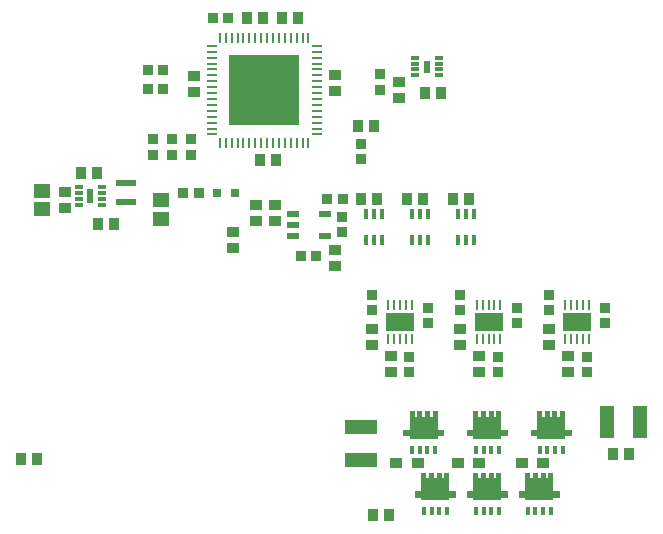
<source format=gtp>
G04*
G04 #@! TF.GenerationSoftware,Altium Limited,Altium Designer,24.4.1 (13)*
G04*
G04 Layer_Color=8421504*
%FSLAX44Y44*%
%MOMM*%
G71*
G04*
G04 #@! TF.SameCoordinates,1D3D786A-4C35-496E-9A10-02EDD5D57B8C*
G04*
G04*
G04 #@! TF.FilePolarity,Positive*
G04*
G01*
G75*
%ADD22R,1.4000X1.3000*%
%ADD23R,0.9000X1.0000*%
%ADD24R,0.6000X1.2000*%
%ADD25R,0.7000X0.3000*%
%ADD26R,1.3000X2.7000*%
%ADD27R,2.7000X1.3000*%
%ADD28R,0.9500X0.8500*%
%ADD29R,0.8500X0.9500*%
%ADD30R,1.0000X0.5500*%
%ADD31R,1.0000X0.9000*%
%ADD32R,2.3800X1.6500*%
%ADD33R,0.2800X0.8600*%
%ADD34R,0.3500X0.8500*%
%ADD35R,0.4200X0.6600*%
%ADD36R,0.3400X0.8000*%
G04:AMPARAMS|DCode=37|XSize=0.74mm|YSize=0.28mm|CornerRadius=0.035mm|HoleSize=0mm|Usage=FLASHONLY|Rotation=180.000|XOffset=0mm|YOffset=0mm|HoleType=Round|Shape=RoundedRectangle|*
%AMROUNDEDRECTD37*
21,1,0.7400,0.2100,0,0,180.0*
21,1,0.6700,0.2800,0,0,180.0*
1,1,0.0700,-0.3350,0.1050*
1,1,0.0700,0.3350,0.1050*
1,1,0.0700,0.3350,-0.1050*
1,1,0.0700,-0.3350,-0.1050*
%
%ADD37ROUNDEDRECTD37*%
%ADD38R,0.8000X0.8000*%
%ADD39R,6.0000X6.0000*%
%ADD40R,0.8600X0.2600*%
%ADD41R,0.2600X0.8600*%
%ADD42R,1.8000X0.6000*%
G36*
X196800Y285900D02*
X191200D01*
Y296100D01*
X196800D01*
Y285900D01*
D02*
G37*
G36*
X80500Y276500D02*
X61500D01*
Y295500D01*
X80500D01*
Y276500D01*
D02*
G37*
G36*
X50500D02*
X31500D01*
Y295500D01*
X50500D01*
Y276500D01*
D02*
G37*
G36*
X80500Y246500D02*
X61500D01*
Y265500D01*
X80500D01*
Y246500D01*
D02*
G37*
G36*
X50500D02*
X31500D01*
Y265500D01*
X50500D01*
Y246500D01*
D02*
G37*
G36*
X328500Y69800D02*
X313500D01*
Y80200D01*
X328500D01*
Y69800D01*
D02*
G37*
G36*
X253500D02*
X238500D01*
Y80200D01*
X253500D01*
Y69800D01*
D02*
G37*
G36*
X178500D02*
X163500D01*
Y80200D01*
X178500D01*
Y69800D01*
D02*
G37*
G36*
X310850Y-16500D02*
X316300D01*
Y-22200D01*
X310850D01*
Y-24000D01*
X287150D01*
Y-22200D01*
X281700D01*
Y-16500D01*
X287150D01*
Y-1000D01*
X291350D01*
Y-5700D01*
X293650D01*
Y-1000D01*
X297850D01*
Y-5700D01*
X300150D01*
Y-1000D01*
X304350D01*
Y-5700D01*
X306650D01*
Y-1000D01*
X310850D01*
Y-16500D01*
D02*
G37*
G36*
X202850Y-16500D02*
X208300D01*
Y-22200D01*
X202850D01*
Y-24000D01*
X179150D01*
Y-22200D01*
X173700D01*
Y-16500D01*
X179150D01*
Y-1000D01*
X183350D01*
Y-5700D01*
X185650D01*
Y-1000D01*
X189850D01*
Y-5700D01*
X192150D01*
Y-1000D01*
X196350D01*
Y-5700D01*
X198650D01*
Y-1000D01*
X202850D01*
Y-16500D01*
D02*
G37*
G36*
X256850Y-16500D02*
X262300D01*
Y-22200D01*
X256850D01*
Y-24000D01*
X233150D01*
Y-22200D01*
X227700D01*
Y-16500D01*
X233150D01*
Y-1000D01*
X237350D01*
Y-5700D01*
X239650D01*
Y-1000D01*
X243850D01*
Y-5700D01*
X246150D01*
Y-1000D01*
X250350D01*
Y-5700D01*
X252650D01*
Y-1000D01*
X256850D01*
Y-16500D01*
D02*
G37*
G36*
X300850Y-68500D02*
X306300D01*
Y-74200D01*
X300850D01*
Y-76000D01*
X277150D01*
Y-74200D01*
X271700D01*
Y-68500D01*
X277150D01*
Y-53000D01*
X281350D01*
Y-57700D01*
X283650D01*
Y-53000D01*
X287850D01*
Y-57700D01*
X290150D01*
Y-53000D01*
X294350D01*
Y-57700D01*
X296650D01*
Y-53000D01*
X300850D01*
Y-68500D01*
D02*
G37*
G36*
X212850Y-68500D02*
X218300D01*
Y-74200D01*
X212850D01*
Y-76000D01*
X189150D01*
Y-74200D01*
X183700D01*
Y-68500D01*
X189150D01*
Y-53000D01*
X193350D01*
Y-57700D01*
X195650D01*
Y-53000D01*
X199850D01*
Y-57700D01*
X202150D01*
Y-53000D01*
X206350D01*
Y-57700D01*
X208650D01*
Y-53000D01*
X212850D01*
Y-68500D01*
D02*
G37*
G36*
X256850Y-68500D02*
X262300D01*
Y-74200D01*
X256850D01*
Y-76000D01*
X233150D01*
Y-74200D01*
X227700D01*
Y-68500D01*
X233150D01*
Y-53000D01*
X237350D01*
Y-57700D01*
X239650D01*
Y-53000D01*
X243850D01*
Y-57700D01*
X246150D01*
Y-53000D01*
X250350D01*
Y-57700D01*
X252650D01*
Y-53000D01*
X256850D01*
Y-68500D01*
D02*
G37*
D22*
X-31000Y162000D02*
D03*
Y178000D02*
D03*
X-132000Y170000D02*
D03*
Y186000D02*
D03*
D23*
X-98750Y201000D02*
D03*
X-85250D02*
D03*
X52250Y212000D02*
D03*
X65750D02*
D03*
X205750Y269000D02*
D03*
X192250D02*
D03*
X351250Y-37000D02*
D03*
X364750D02*
D03*
X-136250Y-41000D02*
D03*
X-149750D02*
D03*
X148250Y-89000D02*
D03*
X161750D02*
D03*
X135250Y241000D02*
D03*
X148750D02*
D03*
X41250Y332000D02*
D03*
X54750D02*
D03*
X84750D02*
D03*
X71250D02*
D03*
X229750Y179000D02*
D03*
X216250D02*
D03*
X190750D02*
D03*
X177250D02*
D03*
X151750D02*
D03*
X138250D02*
D03*
X-84750Y158000D02*
D03*
X-71250D02*
D03*
D24*
X-91115Y181195D02*
D03*
D25*
X-100615Y173695D02*
D03*
Y178695D02*
D03*
Y183695D02*
D03*
Y188695D02*
D03*
X-81615D02*
D03*
Y183695D02*
D03*
Y178695D02*
D03*
Y173695D02*
D03*
D26*
X346000Y-10000D02*
D03*
X374000D02*
D03*
D27*
X138000Y-14000D02*
D03*
Y-42000D02*
D03*
D28*
X-38000Y229500D02*
D03*
Y216500D02*
D03*
X-6000Y229500D02*
D03*
X-6000Y216500D02*
D03*
X147000Y84500D02*
D03*
Y97500D02*
D03*
X179000Y32500D02*
D03*
Y45500D02*
D03*
X195000Y73500D02*
D03*
Y86500D02*
D03*
X345000Y73500D02*
D03*
Y86500D02*
D03*
X329000Y32500D02*
D03*
Y45500D02*
D03*
X297000Y84500D02*
D03*
Y97500D02*
D03*
X222000Y84500D02*
D03*
Y97500D02*
D03*
X254000Y32500D02*
D03*
Y45500D02*
D03*
X154000Y271500D02*
D03*
Y284500D02*
D03*
X270000Y86500D02*
D03*
Y73500D02*
D03*
X138000Y212500D02*
D03*
Y225500D02*
D03*
X-22000Y229500D02*
D03*
Y216500D02*
D03*
X122000Y163500D02*
D03*
Y150500D02*
D03*
D29*
X122500Y179000D02*
D03*
X109500D02*
D03*
X25500Y332000D02*
D03*
X12500D02*
D03*
X-29500Y288000D02*
D03*
X-42500D02*
D03*
X-29500Y272000D02*
D03*
X-42500D02*
D03*
X-12500Y184000D02*
D03*
X500D02*
D03*
X99875Y131000D02*
D03*
X86875D02*
D03*
D30*
X80375Y166500D02*
D03*
Y157000D02*
D03*
Y147500D02*
D03*
X107375D02*
D03*
Y166500D02*
D03*
D31*
X163000Y32250D02*
D03*
Y45750D02*
D03*
X147000Y68750D02*
D03*
Y55250D02*
D03*
X297000Y68750D02*
D03*
Y55250D02*
D03*
X313000Y32250D02*
D03*
Y45750D02*
D03*
X238000Y32250D02*
D03*
Y45750D02*
D03*
X170000Y264250D02*
D03*
Y277750D02*
D03*
X-3000Y269250D02*
D03*
Y282750D02*
D03*
X-113000Y184750D02*
D03*
Y171250D02*
D03*
X186000Y-45000D02*
D03*
X168000D02*
D03*
X222000Y55250D02*
D03*
Y68750D02*
D03*
X292000Y-45000D02*
D03*
X274000D02*
D03*
X220000D02*
D03*
X238000D02*
D03*
X30000Y150750D02*
D03*
Y137250D02*
D03*
X116000Y283750D02*
D03*
Y270250D02*
D03*
X65000Y173750D02*
D03*
Y160250D02*
D03*
X49000D02*
D03*
Y173750D02*
D03*
X116000Y122250D02*
D03*
Y135750D02*
D03*
D32*
X171000Y75000D02*
D03*
X321000D02*
D03*
X246000D02*
D03*
D33*
X161000Y89350D02*
D03*
X166000D02*
D03*
X171000D02*
D03*
X176000D02*
D03*
X181000D02*
D03*
Y60650D02*
D03*
X176000D02*
D03*
X171000D02*
D03*
X166000D02*
D03*
X161000D02*
D03*
X311000Y89350D02*
D03*
X316000D02*
D03*
X321000D02*
D03*
X326000D02*
D03*
X331000D02*
D03*
Y60650D02*
D03*
X326000D02*
D03*
X321000D02*
D03*
X316000D02*
D03*
X311000D02*
D03*
X236000Y89350D02*
D03*
X241000D02*
D03*
X246000D02*
D03*
X251000D02*
D03*
X256000D02*
D03*
Y60650D02*
D03*
X251000D02*
D03*
X246000D02*
D03*
X241000D02*
D03*
X236000D02*
D03*
D34*
X227000Y144000D02*
D03*
X233500D02*
D03*
X220500D02*
D03*
Y166000D02*
D03*
X227000D02*
D03*
X233500D02*
D03*
X194500D02*
D03*
X188000D02*
D03*
X181500D02*
D03*
Y144000D02*
D03*
X194500D02*
D03*
X188000D02*
D03*
X155500Y166000D02*
D03*
X149000D02*
D03*
X142500D02*
D03*
Y144000D02*
D03*
X155500D02*
D03*
X149000D02*
D03*
D35*
X279250Y-85700D02*
D03*
X298750D02*
D03*
X285750D02*
D03*
X292250D02*
D03*
X235250Y-85700D02*
D03*
X254750D02*
D03*
X241750D02*
D03*
X248250D02*
D03*
X191250Y-85700D02*
D03*
X210750D02*
D03*
X197750D02*
D03*
X204250D02*
D03*
X289250Y-33700D02*
D03*
X308750D02*
D03*
X295750D02*
D03*
X302250D02*
D03*
X235250Y-33700D02*
D03*
X254750D02*
D03*
X241750D02*
D03*
X248250D02*
D03*
X181250Y-33700D02*
D03*
X200750D02*
D03*
X187750D02*
D03*
X194250D02*
D03*
D36*
X279250Y-58000D02*
D03*
X285750D02*
D03*
X292250D02*
D03*
X298750D02*
D03*
X235250Y-58000D02*
D03*
X241750D02*
D03*
X248250D02*
D03*
X254750D02*
D03*
X191250Y-58000D02*
D03*
X197750D02*
D03*
X204250D02*
D03*
X210750D02*
D03*
X289250Y-6000D02*
D03*
X295750D02*
D03*
X302250D02*
D03*
X308750D02*
D03*
X235250Y-6000D02*
D03*
X241750D02*
D03*
X248250D02*
D03*
X254750D02*
D03*
X181250Y-6000D02*
D03*
X187750D02*
D03*
X194250D02*
D03*
X200750D02*
D03*
D37*
X184150Y283500D02*
D03*
Y288500D02*
D03*
Y293500D02*
D03*
Y298500D02*
D03*
X203850D02*
D03*
Y293500D02*
D03*
Y288500D02*
D03*
Y283500D02*
D03*
D38*
X31500Y184000D02*
D03*
X16500D02*
D03*
D39*
X56000Y271000D02*
D03*
D40*
X11650Y233500D02*
D03*
Y238500D02*
D03*
Y243500D02*
D03*
Y248500D02*
D03*
Y253500D02*
D03*
Y258500D02*
D03*
Y263500D02*
D03*
Y268500D02*
D03*
Y273500D02*
D03*
Y278500D02*
D03*
Y283500D02*
D03*
Y288500D02*
D03*
Y293500D02*
D03*
Y298500D02*
D03*
Y303500D02*
D03*
Y308500D02*
D03*
X100350D02*
D03*
Y303500D02*
D03*
Y298500D02*
D03*
Y293500D02*
D03*
Y288500D02*
D03*
Y283500D02*
D03*
Y278500D02*
D03*
Y273500D02*
D03*
Y268500D02*
D03*
Y263500D02*
D03*
Y258500D02*
D03*
Y253500D02*
D03*
Y248500D02*
D03*
Y243500D02*
D03*
Y238500D02*
D03*
Y233500D02*
D03*
D41*
X93500Y226650D02*
D03*
X88500D02*
D03*
X83500D02*
D03*
X78500D02*
D03*
X73500D02*
D03*
X68500D02*
D03*
X63500D02*
D03*
X58500D02*
D03*
X53500D02*
D03*
X48500D02*
D03*
X43500D02*
D03*
X38500D02*
D03*
X33500D02*
D03*
X28500D02*
D03*
X23500D02*
D03*
X18500D02*
D03*
Y315350D02*
D03*
X23500D02*
D03*
X28500D02*
D03*
X33500D02*
D03*
X38500D02*
D03*
X43500D02*
D03*
X48500D02*
D03*
X53500D02*
D03*
X58500D02*
D03*
X63500D02*
D03*
X68500D02*
D03*
X73500D02*
D03*
X78500D02*
D03*
X83500D02*
D03*
X88500D02*
D03*
X93500D02*
D03*
D42*
X-61000Y176000D02*
D03*
Y192000D02*
D03*
M02*

</source>
